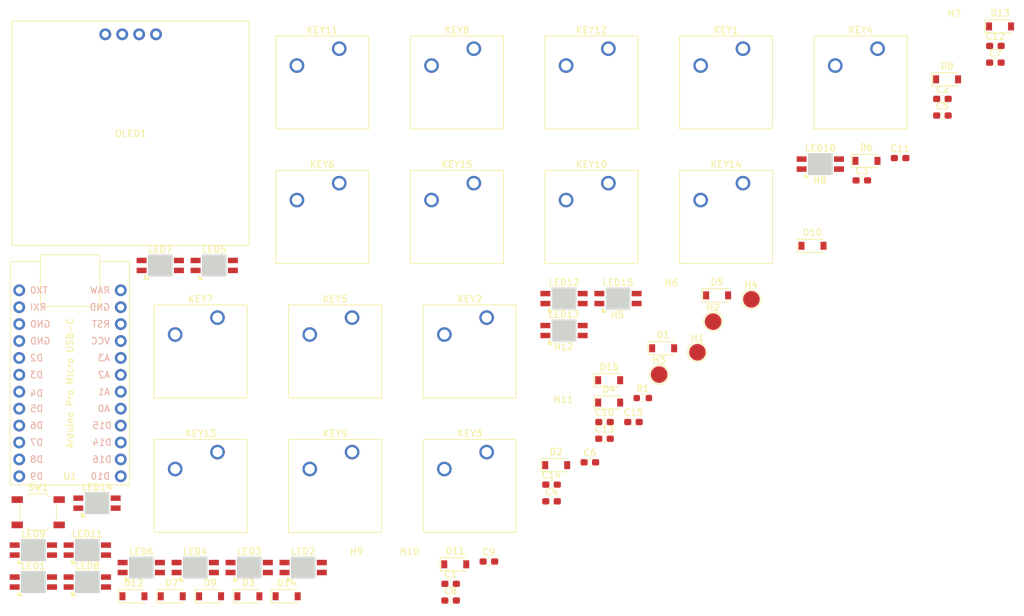
<source format=kicad_pcb>
(kicad_pcb (version 20211014) (generator pcbnew)
  (title_block (title "FireKey PCB") (date "2022-11-19") (rev "0") (company "Daniel Czeschner & Frederik Wolter"))
  (layers (0 "F.Cu" signal) (31 "B.Cu" signal) (34 "B.Paste" user) (35 "F.Paste" user) (36 "B.SilkS" user "B.Silkscreen") (37 "F.SilkS" user "F.Silkscreen") (38 "B.Mask" user) (39 "F.Mask" user) (44 "Edge.Cuts" user))
  (net 0 "")
  (net 1 "VCC")
  (net 2 "GND")
  (net 3 "Row0")
  (net 4 "Net-(D1-Pad2)")
  (net 5 "Net-(D2-Pad2)")
  (net 6 "Net-(D3-Pad2)")
  (net 7 "Row1")
  (net 8 "Net-(D4-Pad2)")
  (net 9 "Net-(D5-Pad2)")
  (net 10 "Net-(D6-Pad2)")
  (net 11 "Row2")
  (net 12 "Net-(D7-Pad2)")
  (net 13 "Net-(D8-Pad2)")
  (net 14 "Net-(D9-Pad2)")
  (net 15 "Row3")
  (net 16 "Net-(D10-Pad2)")
  (net 17 "Net-(D11-Pad2)")
  (net 18 "Net-(D12-Pad2)")
  (net 19 "Row4")
  (net 20 "Net-(D13-Pad2)")
  (net 21 "Net-(D14-Pad2)")
  (net 22 "Net-(D15-Pad2)")
  (net 23 "Net-(LED1-Pad2)")
  (net 24 "Net-(LED1-Pad4)")
  (net 25 "Net-(LED2-Pad2)")
  (net 26 "Net-(LED3-Pad2)")
  (net 27 "Net-(LED4-Pad2)")
  (net 28 "Net-(LED5-Pad2)")
  (net 29 "Net-(LED6-Pad2)")
  (net 30 "Net-(LED7-Pad2)")
  (net 31 "Net-(LED8-Pad2)")
  (net 32 "Net-(LED10-Pad4)")
  (net 33 "Net-(LED10-Pad2)")
  (net 34 "Net-(LED11-Pad2)")
  (net 35 "Net-(LED12-Pad2)")
  (net 36 "Net-(LED13-Pad2)")
  (net 37 "Net-(LED14-Pad2)")
  (net 39 "SCL")
  (net 40 "SDA")
  (net 41 "LEDpin")
  (net 42 "RST")
  (net 46 "Col0")
  (net 47 "Col2")
  (net 49 "Col1")
  (footprint "Custom_Parts:DY-S352818-6812-2T" (layer "F.Cu") (at 220.705 61.295)
    (fp_text reference "LED15" (at 0 -2.413 unlocked) (layer "F.SilkS"))
    (fp_text value "DY-S352818")
    (fp_rect (start 1.8 1.6) (end -1.8 -1.6) (layer "Edge.Cuts") (width 0.12) (fill solid))
    (pad "1" smd rect (at 2.8 -0.75) (size 1.5 0.82) (layers "F.Cu" "F.Paste" "F.Mask") (net 1 "VCC"))
    (pad "2" smd rect (at 2.8 0.75) (size 1.5 0.82) (layers "F.Cu" "F.Paste" "F.Mask"))
    (pad "3" smd rect (at -2.8 0.75) (size 1.5 0.82) (layers "F.Cu" "F.Paste" "F.Mask") (net 2 "GND"))
    (pad "4" smd rect (at -2.8 -0.75) (size 1.5 0.82) (layers "F.Cu" "F.Paste" "F.Mask") (net 37 "Net-(LED14-Pad2)"))
  )
  (footprint "Button_Switch_Keyboard:SW_Cherry_MX_1.00u_PCB" (layer "F.Cu") (at 259.665 23.755)
    (fp_text reference "KEY4" (at -2.54 -2.794) (layer "F.SilkS"))
    (fp_text value "SW_MX")
    (pad "" np_thru_hole circle (at -2.54 5.08) (size 4 4) (drill 4) (layers *.Cu *.Mask))
    (pad "" np_thru_hole circle (at 2.54 5.08) (size 1.7 1.7) (drill 1.7) (layers *.Cu *.Mask))
    (pad "" np_thru_hole circle (at -7.62 5.08) (size 1.7 1.7) (drill 1.7) (layers *.Cu *.Mask))
    (pad "1" thru_hole circle (at 0 0) (size 2.2 2.2) (drill 1.5) (layers *.Cu *.Mask) (net 8 "Net-(D4-Pad2)"))
    (pad "2" thru_hole circle (at -6.35 2.54) (size 2.2 2.2) (drill 1.5) (layers *.Cu *.Mask) (net 8 "Net-(D4-Pad2)"))
  )
  (footprint "Capacitor_SMD:C_0603_1608Metric_Pad1.08x0.95mm_HandSolder" (layer "F.Cu") (at 210.73 89.24)
    (fp_text reference "C14" (at 0 -1.43) (layer "F.SilkS"))
    (fp_text value "100nF")
    (pad "1" smd roundrect (at -0.8625 0) (size 1.075 0.95) (layers "F.Cu" "F.Paste" "F.Mask") (net 1 "VCC"))
    (pad "2" smd roundrect (at 0.8625 0) (size 1.075 0.95) (layers "F.Cu" "F.Paste" "F.Mask") (net 2 "GND"))
  )
  (footprint "Capacitor_SMD:C_0603_1608Metric_Pad1.08x0.95mm_HandSolder" (layer "F.Cu") (at 195.58 106.65)
    (fp_text reference "C8" (at 0 -1.43) (layer "F.SilkS"))
    (fp_text value "100nF")
    (pad "1" smd roundrect (at -0.8625 0) (size 1.075 0.95) (layers "F.Cu" "F.Paste" "F.Mask") (net 1 "VCC"))
    (pad "2" smd roundrect (at 0.8625 0) (size 1.075 0.95) (layers "F.Cu" "F.Paste" "F.Mask") (net 2 "GND"))
  )
  (footprint "Custom_Parts:DY-S352818-6812-2T" (layer "F.Cu") (at 165.355 101.695)
    (fp_text reference "LED3" (at 0 -2.413 unlocked) (layer "F.SilkS"))
    (fp_text value "DY-S352818")
    (fp_rect (start 1.8 1.6) (end -1.8 -1.6) (layer "Edge.Cuts") (width 0.12) (fill solid))
    (pad "1" smd rect (at 2.8 -0.75) (size 1.5 0.82) (layers "F.Cu" "F.Paste" "F.Mask") (net 1 "VCC"))
    (pad "2" smd rect (at 2.8 0.75) (size 1.5 0.82) (layers "F.Cu" "F.Paste" "F.Mask") (net 26 "Net-(LED3-Pad2)"))
    (pad "3" smd rect (at -2.8 0.75) (size 1.5 0.82) (layers "F.Cu" "F.Paste" "F.Mask") (net 2 "GND"))
    (pad "4" smd rect (at -2.8 -0.75) (size 1.5 0.82) (layers "F.Cu" "F.Paste" "F.Mask") (net 25 "Net-(LED2-Pad2)"))
  )
  (footprint "Button_Switch_Keyboard:SW_Cherry_MX_1.00u_PCB" (layer "F.Cu") (at 180.795 64.155)
    (fp_text reference "KEY5" (at -2.54 -2.794) (layer "F.SilkS"))
    (fp_text value "SW_MX")
    (pad "" np_thru_hole circle (at -7.62 5.08) (size 1.7 1.7) (drill 1.7) (layers *.Cu *.Mask))
    (pad "" np_thru_hole circle (at 2.54 5.08) (size 1.7 1.7) (drill 1.7) (layers *.Cu *.Mask))
    (pad "" np_thru_hole circle (at -2.54 5.08) (size 4 4) (drill 4) (layers *.Cu *.Mask))
    (pad "1" thru_hole circle (at 0 0) (size 2.2 2.2) (drill 1.5) (layers *.Cu *.Mask) (net 9 "Net-(D5-Pad2)"))
    (pad "2" thru_hole circle (at -6.35 2.54) (size 2.2 2.2) (drill 1.5) (layers *.Cu *.Mask) (net 9 "Net-(D5-Pad2)"))
  )
  (footprint "Capacitor_SMD:C_0603_1608Metric_Pad1.08x0.95mm_HandSolder" (layer "F.Cu") (at 277.35 25.85)
    (fp_text reference "C7" (at 0 -1.43) (layer "F.SilkS"))
    (fp_text value "100nF")
    (pad "1" smd roundrect (at -0.8625 0) (size 1.075 0.95) (layers "F.Cu" "F.Paste" "F.Mask") (net 1 "VCC"))
    (pad "2" smd roundrect (at 0.8625 0) (size 1.075 0.95) (layers "F.Cu" "F.Paste" "F.Mask") (net 2 "GND"))
  )
  (footprint "Capacitor_SMD:C_0603_1608Metric_Pad1.08x0.95mm_HandSolder" (layer "F.Cu") (at 210.73 91.75)
    (fp_text reference "C4" (at 0 -1.43) (layer "F.SilkS"))
    (fp_text value "100nF")
    (pad "1" smd roundrect (at -0.8625 0) (size 1.075 0.95) (layers "F.Cu" "F.Paste" "F.Mask") (net 1 "VCC"))
    (pad "2" smd roundrect (at 0.8625 0) (size 1.075 0.95) (layers "F.Cu" "F.Paste" "F.Mask") (net 2 "GND"))
  )
  (footprint "Button_Switch_Keyboard:SW_Cherry_MX_1.00u_PCB" (layer "F.Cu") (at 200.995 84.355)
    (fp_text reference "KEY3" (at -2.54 -2.794) (layer "F.SilkS"))
    (fp_text value "SW_MX")
    (pad "" np_thru_hole circle (at -7.62 5.08) (size 1.7 1.7) (drill 1.7) (layers *.Cu *.Mask))
    (pad "" np_thru_hole circle (at 2.54 5.08) (size 1.7 1.7) (drill 1.7) (layers *.Cu *.Mask))
    (pad "" np_thru_hole circle (at -2.54 5.08) (size 4 4) (drill 4) (layers *.Cu *.Mask))
    (pad "1" thru_hole circle (at 0 0) (size 2.2 2.2) (drill 1.5) (layers *.Cu *.Mask) (net 6 "Net-(D3-Pad2)"))
    (pad "2" thru_hole circle (at -6.35 2.54) (size 2.2 2.2) (drill 1.5) (layers *.Cu *.Mask) (net 6 "Net-(D3-Pad2)"))
  )
  (footprint "Diode_SMD:D_SOD-123" (layer "F.Cu") (at 258 40.61)
    (fp_text reference "D6" (at 0 -2) (layer "F.SilkS"))
    (fp_text value "1N4148W")
    (pad "1" smd rect (at -1.65 0) (size 0.9 1.2) (layers "F.Cu" "F.Paste" "F.Mask") (net 7 "Row1"))
    (pad "2" smd rect (at 1.65 0) (size 0.9 1.2) (layers "F.Cu" "F.Paste" "F.Mask") (net 10 "Net-(D6-Pad2)"))
  )
  (footprint "Capacitor_SMD:C_0603_1608Metric_Pad1.08x0.95mm_HandSolder" (layer "F.Cu") (at 223.03 79.84)
    (fp_text reference "C15" (at 0 -1.43) (layer "F.SilkS"))
    (fp_text value "100nF")
    (pad "1" smd roundrect (at -0.8625 0) (size 1.075 0.95) (layers "F.Cu" "F.Paste" "F.Mask") (net 1 "VCC"))
    (pad "2" smd roundrect (at 0.8625 0) (size 1.075 0.95) (layers "F.Cu" "F.Paste" "F.Mask") (net 2 "GND"))
  )
  (footprint "Button_Switch_Keyboard:SW_Cherry_MX_1.00u_PCB" (layer "F.Cu") (at 178.865 43.955)
    (fp_text reference "KEY6" (at -2.54 -2.794) (layer "F.SilkS"))
    (fp_text value "SW_MX")
    (pad "" np_thru_hole circle (at 2.54 5.08) (size 1.7 1.7) (drill 1.7) (layers *.Cu *.Mask))
    (pad "" np_thru_hole circle (at -2.54 5.08) (size 4 4) (drill 4) (layers *.Cu *.Mask))
    (pad "" np_thru_hole circle (at -7.62 5.08) (size 1.7 1.7) (drill 1.7) (layers *.Cu *.Mask))
    (pad "1" thru_hole circle (at 0 0) (size 2.2 2.2) (drill 1.5) (layers *.Cu *.Mask) (net 10 "Net-(D6-Pad2)"))
    (pad "2" thru_hole circle (at -6.35 2.54) (size 2.2 2.2) (drill 1.5) (layers *.Cu *.Mask) (net 10 "Net-(D6-Pad2)"))
  )
  (footprint "Diode_SMD:D_SOD-123" (layer "F.Cu") (at 153.73 106.01)
    (fp_text reference "D7" (at 0 -2) (layer "F.SilkS"))
    (fp_text value "1N4148W")
    (pad "1" smd rect (at -1.65 0) (size 0.9 1.2) (layers "F.Cu" "F.Paste" "F.Mask") (net 11 "Row2"))
    (pad "2" smd rect (at 1.65 0) (size 0.9 1.2) (layers "F.Cu" "F.Paste" "F.Mask") (net 12 "Net-(D7-Pad2)"))
  )
  (footprint "MountingHole:MountingHole_3.2mm_M3" (layer "F.Cu") (at 212.53 72.71)
    (fp_text reference "H12" (at 0 -4.2) (layer "F.SilkS"))
    (fp_text value "M3_MountingHole")
    (pad "" np_thru_hole circle (at 0 0) (size 3.2 3.2) (drill 3.2) (layers *.Cu *.Mask))
  )
  (footprint "MountingHole:MountingHole_3.2mm_M3" (layer "F.Cu") (at 220.63 67.91)
    (fp_text reference "H5" (at 0 -4.2) (layer "F.SilkS"))
    (fp_text value "M3_MountingHole")
    (pad "" np_thru_hole circle (at 0 0) (size 3.2 3.2) (drill 3.2) (layers *.Cu *.Mask))
  )
  (footprint "TestPoint:TestPoint_Pad_D2.5mm" (layer "F.Cu") (at 232.63 69.36)
    (fp_text reference "H1" (at 0 -2.148) (layer "F.SilkS"))
    (fp_text value "Pad")
    (pad "1" smd circle (at 0 0) (size 2.5 2.5) (layers "F.Cu" "F.Mask") (net 2 "GND"))
  )
  (footprint "Custom_MCU:Arduino_Pro_Micro_USB-C" (layer "F.Cu") (at 138.4566 74.019)
    (fp_text reference "U1" (at 0 13.97 unlocked) (layer "F.SilkS"))
    (fp_text value "Arduino_Pro_Micro_USB-C")
    (fp_text user "D5" (at -6.096 3.81 unlocked) (layer "B.SilkS") (effects (justify right mirror)))
    (fp_text user "RST" (at 6.096 -8.89 unlocked) (layer "B.SilkS") (effects (justify left mirror)))
    (fp_text user "D8" (at -6.096 11.43 unlocked) (layer "B.SilkS") (effects (justify right mirror)))
    (fp_text user "D10" (at 6.096 13.97 unlocked) (layer "B.SilkS") (effects (justify left mirror)))
    (fp_text user "D14" (at 6.35 8.89 unlocked) (layer "B.SilkS") (effects (justify left mirror)))
    (fp_text user "D9" (at -6.096 13.97 unlocked) (layer "B.SilkS") (effects (justify right mirror)))
    (fp_text user "A3" (at 6.096 -3.81 unlocked) (layer "B.SilkS") (effects (justify left mirror)))
    (fp_text user "D7" (at -6.096 8.89 unlocked) (layer "B.SilkS") (effects (justify right mirror)))
    (fp_text user "A0" (at 6.096 3.81 unlocked) (layer "B.SilkS") (effects (justify left mirror)))
    (fp_text user "A1" (at 6.096 1.27 unlocked) (layer "B.SilkS") (effects (justify left mirror)))
    (fp_text user "A2" (at 6.096 -1.27 unlocked) (layer "B.SilkS") (effects (justify left mirror)))
    (fp_text user "D2" (at -6.096 -3.81 unlocked) (layer "B.SilkS") (effects (justify right mirror)))
    (fp_text user "D3" (at -6.096 -1.27 unlocked) (layer "B.SilkS") (effects (justify right mirror)))
    (fp_text user "GND" (at 6.096 -11.43 unlocked) (layer "B.SilkS") (effects (justify left mirror)))
    (fp_text user "GND" (at -6.096 -6.35 unlocked) (layer "B.SilkS") (effects (justify right mirror)))
    (fp_text user "TX0" (at -6.096 -13.97 unlocked) (layer "B.SilkS") (effects (justify right mirror)))
    (fp_text user "D4" (at -6.096 1.524 unlocked) (layer "B.SilkS") (effects (justify right mirror)))
    (fp_text user "D15" (at 6.35 6.35 unlocked) (layer "B.SilkS") (effects (justify left mirror)))
    (fp_text user "GND" (at -6.096 -8.89 unlocked) (layer "B.SilkS") (effects (justify right mirror)))
    (fp_text user "RAW" (at 6.096 -13.97 unlocked) (layer "B.SilkS") (effects (justify left mirror)))
    (fp_text user "D6" (at -6.096 6.35 unlocked) (layer "B.SilkS") (effects (justify right mirror)))
    (fp_text user "VCC" (at 6.096 -6.35 unlocked) (layer "B.SilkS") (effects (justify left mirror)))
    (fp_text user "RXI" (at -6.096 -11.43 unlocked) (layer "B.SilkS") (effects (justify right mirror)))
    (fp_text user "D16" (at 6.35 11.43 unlocked) (layer "B.SilkS") (effects (justify left mirror)))
    (fp_text user "Arduino Pro Micro USB-C" (at 0 0 90 unlocked) (layer "F.SilkS"))
    (pad "0" thru_hole circle (at -7.62 -11.43) (size 1.778 1.778) (drill 1.016) (layers *.Cu *.Mask))
    (pad "1" thru_hole circle (at -7.62 -13.97) (size 1.778 1.778) (drill 1.016) (layers *.Cu *.Mask))
    (pad "2" thru_hole circle (at -7.62 -3.81) (size 1.778 1.778) (drill 1.016) (layers *.Cu *.Mask) (net 40 "SDA"))
    (pad "3" thru_hole circle (at -7.62 -1.27) (size 1.778 1.778) (drill 1.016) (layers *.Cu *.Mask) (net 39 "SCL"))
    (pad "4" thru_hole circle (at -7.62 1.27) (size 1.778 1.778) (drill 1.016) (layers *.Cu *.Mask))
    (pad "5" thru_hole circle (at -7.62 3.81) (size 1.778 1.778) (drill 1.016) (layers *.Cu *.Mask) (net 3 "Row0"))
    (pad "6" thru_hole circle (at -7.62 6.35) (size 1.778 1.778) (drill 1.016) (layers *.Cu *.Mask) (net 7 "Row1"))
    (pad "7" thru_hole circle (at -7.62 8.89) (size 1.778 1.778) (drill 1.016) (layers *.Cu *.Mask) (net 11 "Row2"))
    (pad "8" thru_hole circle (at -7.62 11.43) (size 1.778 1.778) (drill 1.016) (layers *.Cu *.Mask) (net 15 "Row3"))
    (pad "9" thru_hole circle (at -7.62 13.97) (size 1.778 1.778) (drill 1.016) (layers *.Cu *.Mask) (net 19 "Row4"))
    (pad "10" thru_hole circle (at 7.62 13.97) (size 1.778 1.778) (drill 1.016) (layers *.Cu *.Mask) (net 46 "Col0"))
    (pad "14" thru_hole circle (at 7.62 8.89) (size 1.778 1.778) (drill 1.016) (layers *.Cu *.Mask) (net 47 "Col2"))
    (pad "15" thru_hole circle (at 7.62 6.35) (size 1.778 1.778) (drill 1.016) (layers *.Cu *.Mask))
    (pad "16" thru_hole circle (at 7.62 11.43) (size 1.778 1.778) (drill 1.016) (layers *.Cu *.Mask) (net 49 "Col1"))
    (pad "18" thru_hole circle (at 7.62 3.81) (size 1.778 1.778) (drill 1.016) (layers *.Cu *.Mask))
    (pad "19" thru_hole circle (at 7.62 1.27) (size 1.778 1.778) (drill 1.016) (layers *.Cu *.Mask))
    (pad "20" thru_hole circle (at 7.62 -1.27) (size 1.778 1.778) (drill 1.016) (layers *.Cu *.Mask))
    (pad "21" thru_hole circle (at 7.62 -3.81) (size 1.778 1.778) (drill 1.016) (layers *.Cu *.Mask) (net 41 "LEDpin"))
    (pad "90" thru_hole circle (at -7.62 -8.89) (size 1.778 1.778) (drill 1.016) (layers *.Cu *.Mask) (net 2 "GND"))
    (pad "91" thru_hole circle (at -7.62 -6.35) (size 1.778 1.778) (drill 1.016) (layers *.Cu *.Mask) (net 2 "GND"))
    (pad "92" thru_hole circle (at 7.62 -13.97) (size 1.778 1.778) (drill 1.016) (layers *.Cu *.Mask) (net 1 "VCC"))
    (pad "93" thru_hole circle (at 7.62 -11.43) (size 1.778 1.778) (drill 1.016) (layers *.Cu *.Mask) (net 2 "GND"))
    (pad "94" thru_hole circle (at 7.62 -8.89) (size 1.778 1.778) (drill 1.016) (layers *.Cu *.Mask) (net 42 "RST"))
    (pad "95" thru_hole circle (at 7.62 -6.35) (size 1.778 1.778) (drill 1.016) (layers *.Cu *.Mask))
  )
  (footprint "Button_Switch_Keyboard:SW_Cherry_MX_1.00u_PCB" (layer "F.Cu") (at 160.595 64.155)
    (fp_text reference "KEY7" (at -2.54 -2.794) (layer "F.SilkS"))
    (fp_text value "SW_MX")
    (pad "" np_thru_hole circle (at -2.54 5.08) (size 4 4) (drill 4) (layers *.Cu *.Mask))
    (pad "" np_thru_hole circle (at 2.54 5.08) (size 1.7 1.7) (drill 1.7) (layers *.Cu *.Mask))
    (pad "" np_thru_hole circle (at -7.62 5.08) (size 1.7 1.7) (drill 1.7) (layers *.Cu *.Mask))
    (pad "1" thru_hole circle (at 0 0) (size 2.2 2.2) (drill 1.5) (layers *.Cu *.Mask) (net 12 "Net-(D7-Pad2)"))
    (pad "2" thru_hole circle (at -6.35 2.54) (size 2.2 2.2) (drill 1.5) (layers *.Cu *.Mask) (net 12 "Net-(D7-Pad2)"))
  )
  (footprint "Capacitor_SMD:C_0603_1608Metric_Pad1.08x0.95mm_HandSolder" (layer "F.Cu") (at 257.3 43.54)
    (fp_text reference "C3" (at 0 -1.43) (layer "F.SilkS"))
    (fp_text value "100nF")
    (pad "1" smd roundrect (at -0.8625 0) (size 1.075 0.95) (layers "F.Cu" "F.Paste" "F.Mask") (net 1 "VCC"))
    (pad "2" smd roundrect (at 0.8625 0) (size 1.075 0.95) (layers "F.Cu" "F.Paste" "F.Mask") (net 2 "GND"))
  )
  (footprint "Diode_SMD:D_SOD-123" (layer "F.Cu") (at 170.98 106.01)
    (fp_text reference "D14" (at 0 -2) (layer "F.SilkS"))
    (fp_text value "1N4148W")
    (pad "1" smd rect (at -1.65 0) (size 0.9 1.2) (layers "F.Cu" "F.Paste" "F.Mask") (net 19 "Row4"))
    (pad "2" smd rect (at 1.65 0) (size 0.9 1.2) (layers "F.Cu" "F.Paste" "F.Mask") (net 21 "Net-(D14-Pad2)"))
  )
  (footprint "MountingHole:MountingHole_3.2mm_M3" (layer "F.Cu") (at 251 47.71)
    (fp_text reference "H8" (at 0 -4.2) (layer "F.SilkS"))
    (fp_text value "M3_MountingHole")
    (pad "" np_thru_hole circle (at 0 0) (size 3.2 3.2) (drill 3.2) (layers *.Cu *.Mask))
  )
  (footprint "Button_Switch_Keyboard:SW_Cherry_MX_1.00u_PCB" (layer "F.Cu") (at 199.065 43.955)
    (fp_text reference "KEY15" (at -2.54 -2.794) (layer "F.SilkS"))
    (fp_text value "SW_MX")
    (pad "" np_thru_hole circle (at 2.54 5.08) (size 1.7 1.7) (drill 1.7) (layers *.Cu *.Mask))
    (pad "" np_thru_hole circle (at -2.54 5.08) (size 4 4) (drill 4) (layers *.Cu *.Mask))
    (pad "" np_thru_hole circle (at -7.62 5.08) (size 1.7 1.7) (drill 1.7) (layers *.Cu *.Mask))
    (pad "1" thru_hole circle (at 0 0) (size 2.2 2.2) (drill 1.5) (layers *.Cu *.Mask) (net 22 "Net-(D15-Pad2)"))
    (pad "2" thru_hole circle (at -6.35 2.54) (size 2.2 2.2) (drill 1.5) (layers *.Cu *.Mask) (net 22 "Net-(D15-Pad2)"))
  )
  (footprint "TestPoint:TestPoint_Pad_D2.5mm" (layer "F.Cu") (at 234.98 64.76)
    (fp_text reference "H2" (at 0 -2.148) (layer "F.SilkS"))
    (fp_text value "Pad")
    (pad "1" smd circle (at 0 0) (size 2.5 2.5) (layers "F.Cu" "F.Mask") (net 2 "GND"))
  )
  (footprint "Diode_SMD:D_SOD-123" (layer "F.Cu") (at 196.28 101.21)
    (fp_text reference "D11" (at 0 -2) (layer "F.SilkS"))
    (fp_text value "1N4148W")
    (pad "1" smd rect (at -1.65 0) (size 0.9 1.2) (layers "F.Cu" "F.Paste" "F.Mask") (net 15 "Row3"))
    (pad "2" smd rect (at 1.65 0) (size 0.9 1.2) (layers "F.Cu" "F.Paste" "F.Mask") (net 17 "Net-(D11-Pad2)"))
  )
  (footprint "Capacitor_SMD:C_0603_1608Metric_Pad1.08x0.95mm_HandSolder" (layer "F.Cu") (at 269.4 33.8)
    (fp_text reference "C5" (at 0 -1.43) (layer "F.SilkS"))
    (fp_text value "100nF")
    (pad "1" smd roundrect (at -0.8625 0) (size 1.075 0.95) (layers "F.Cu" "F.Paste" "F.Mask") (net 1 "VCC"))
    (pad "2" smd roundrect (at 0.8625 0) (size 1.075 0.95) (layers "F.Cu" "F.Paste" "F.Mask") (net 2 "GND"))
  )
  (footprint "Custom_Parts:DY-S352818-6812-2T" (layer "F.Cu") (at 157.255 101.695)
    (fp_text reference "LED4" (at 0 -2.413 unlocked) (layer "F.SilkS"))
    (fp_text value "DY-S352818")
    (fp_rect (start 1.8 1.6) (end -1.8 -1.6) (layer "Edge.Cuts") (width 0.12) (fill solid))
    (pad "1" smd rect (at 2.8 -0.75) (size 1.5 0.82) (layers "F.Cu" "F.Paste" "F.Mask") (net 1 "VCC"))
    (pad "2" smd rect (at 2.8 0.75) (size 1.5 0.82) (layers "F.Cu" "F.Paste" "F.Mask") (net 27 "Net-(LED4-Pad2)"))
    (pad "3" smd rect (at -2.8 0.75) (size 1.5 0.82) (layers "F.Cu" "F.Paste" "F.Mask") (net 2 "GND"))
    (pad "4" smd rect (at -2.8 -0.75) (size 1.5 0.82) (layers "F.Cu" "F.Paste" "F.Mask") (net 26 "Net-(LED3-Pad2)"))
  )
  (footprint "TestPoint:TestPoint_Pad_D2.5mm" (layer "F.Cu") (at 226.88 72.71)
    (fp_text reference "H3" (at 0 -2.148) (layer "F.SilkS"))
    (fp_text value "Pad")
    (pad "1" smd circle (at 0 0) (size 2.5 2.5) (layers "F.Cu" "F.Mask") (net 1 "VCC"))
  )
  (footprint "Custom_Parts:DY-S352818-6812-2T" (layer "F.Cu") (at 149.155 101.695)
    (fp_text reference "LED6" (at 0 -2.413 unlocked) (layer "F.SilkS"))
    (fp_text value "DY-S352818")
    (fp_rect (start 1.8 1.6) (end -1.8 -1.6) (layer "Edge.Cuts") (width 0.12) (fill solid))
    (pad "1" smd rect (at 2.8 -0.75) (size 1.5 0.82) (layers "F.Cu" "F.Paste" "F.Mask") (net 1 "VCC"))
    (pad "2" smd rect (at 2.8 0.75) (size 1.5 0.82) (layers "F.Cu" "F.Paste" "F.Mask") (net 29 "Net-(LED6-Pad2)"))
    (pad "3" smd rect (at -2.8 0.75) (size 1.5 0.82) (layers "F.Cu" "F.Paste" "F.Mask") (net 2 "GND"))
    (pad "4" smd rect (at -2.8 -0.75) (size 1.5 0.82) (layers "F.Cu" "F.Paste" "F.Mask") (net 28 "Net-(LED5-Pad2)"))
  )
  (footprint "Custom_Parts:DY-S352818-6812-2T" (layer "F.Cu") (at 132.955 103.875)
    (fp_text reference "LED1" (at 0 -2.413 unlocked) (layer "F.SilkS"))
    (fp_text value "DY-S352818")
    (fp_rect (start 1.8 1.6) (end -1.8 -1.6) (layer "Edge.Cuts") (width 0.12) (fill solid))
    (pad "1" smd rect (at 2.8 -0.75) (size 1.5 0.82) (layers "F.Cu" "F.Paste" "F.Mask") (net 1 "VCC"))
    (pad "2" smd rect (at 2.8 0.75) (size 1.5 0.82) (layers "F.Cu" "F.Paste" "F.Mask") (net 23 "Net-(LED1-Pad2)"))
    (pad "3" smd rect (at -2.8 0.75) (size 1.5 0.82) (layers "F.Cu" "F.Paste" "F.Mask") (net 2 "GND"))
    (pad "4" smd rect (at -2.8 -0.75) (size 1.5 0.82) (layers "F.Cu" "F.Paste" "F.Mask") (net 24 "Net-(LED1-Pad4)"))
  )
  (footprint "Button_Switch_Keyboard:SW_Cherry_MX_1.00u_PCB" (layer "F.Cu") (at 178.865 23.755)
    (fp_text reference "KEY11" (at -2.54 -2.794) (layer "F.SilkS"))
    (fp_text value "SW_MX")
    (pad "" np_thru_hole circle (at -2.54 5.08) (size 4 4) (drill 4) (layers *.Cu *.Mask))
    (pad "" np_thru_hole circle (at -7.62 5.08) (size 1.7 1.7) (drill 1.7) (layers *.Cu *.Mask))
    (pad "" np_thru_hole circle (at 2.54 5.08) (size 1.7 1.7) (drill 1.7) (layers *.Cu *.Mask))
    (pad "1" thru_hole circle (at 0 0) (size 2.2 2.2) (drill 1.5) (layers *.Cu *.Mask) (net 17 "Net-(D11-Pad2)"))
    (pad "2" thru_hole circle (at -6.35 2.54) (size 2.2 2.2) (drill 1.5) (layers *.Cu *.Mask) (net 17 "Net-(D11-Pad2)"))
  )
  (footprint "Button_Switch_Keyboard:SW_Cherry_MX_1.00u_PCB" (layer "F.Cu") (at 239.465 43.955)
    (fp_text reference "KEY14" (at -2.54 -2.794) (layer "F.SilkS"))
    (fp_text value "SW_MX")
    (pad "" np_thru_hole circle (at -2.54 5.08) (size 4 4) (drill 4) (layers *.Cu *.Mask))
    (pad "" np_thru_hole circle (at -7.62 5.08) (size 1.7 1.7) (drill 1.7) (layers *.Cu *.Mask))
    (pad "" np_thru_hole circle (at 2.54 5.08) (size 1.7 1.7) (drill 1.7) (layers *.Cu *.Mask))
    (pad "1" thru_hole circle (at 0 0) (size 2.2 2.2) (drill 1.5) (layers *.Cu *.Mask) (net 21 "Net-(D14-Pad2)"))
    (pad "2" thru_hole circle (at -6.35 2.54) (size 2.2 2.2) (drill 1.5) (layers *.Cu *.Mask) (net 21 "Net-(D14-Pad2)"))
  )
  (footprint "Diode_SMD:D_SOD-123" (layer "F.Cu") (at 165.23 106.01)
    (fp_text reference "D3" (at 0 -2) (layer "F.SilkS"))
    (fp_text value "1N4148W")
    (pad "1" smd rect (at -1.65 0) (size 0.9 1.2) (layers "F.Cu" "F.Paste" "F.Mask") (net 3 "Row0"))
    (pad "2" smd rect (at 1.65 0) (size 0.9 1.2) (layers "F.Cu" "F.Paste" "F.Mask") (net 6 "Net-(D3-Pad2)"))
  )
  (footprint "Diode_SMD:D_SOD-123" (layer "F.Cu") (at 235.58 60.81)
    (fp_text reference "D5" (at 0 -2) (layer "F.SilkS"))
    (fp_text value "1N4148W")
    (pad "1" smd rect (at -1.65 0) (size 0.9 1.2) (layers "F.Cu" "F.Paste" "F.Mask") (net 7 "Row1"))
    (pad "2" smd rect (at 1.65 0) (size 0.9 1.2) (layers "F.Cu" "F.Paste" "F.Mask") (net 9 "Net-(D5-Pad2)"))
  )
  (footprint "Button_Switch_Keyboard:SW_Cherry_MX_1.00u_PCB" (layer "F.Cu") (at 219.265 23.755)
    (fp_text reference "KEY12" (at -2.54 -2.794) (layer "F.SilkS"))
    (fp_text value "SW_MX")
    (pad "" np_thru_hole circle (at 2.54 5.08) (size 1.7 1.7) (drill 1.7) (layers *.Cu *.Mask))
    (pad "" np_thru_hole circle (at -2.54 5.08) (size 4 4) (drill 4) (layers *.Cu *.Mask))
    (pad "" np_thru_hole circle (at -7.62 5.08) (size 1.7 1.7) (drill 1.7) (layers *.Cu *.Mask))
    (pad "1" thru_hole circle (at 0 0) (size 2.2 2.2) (drill 1.5) (layers *.Cu *.Mask) (net 18 "Net-(D12-Pad2)"))
    (pad "2" thru_hole circle (at -6.35 2.54) (size 2.2 2.2) (drill 1.5) (layers *.Cu *.Mask) (net 18 "Net-(D12-Pad2)"))
  )
  (footprint "Button_Switch_Keyboard:SW_Cherry_MX_1.00u_PCB" (layer "F.Cu") (at 239.465 23.755)
    (fp_text reference "KEY1" (at -2.54 -2.794) (layer "F.SilkS"))
    (fp_text value "SW_MX")
    (pad "" np_thru_hole circle (at 2.54 5.08) (size 1.7 1.7) (drill 1.7) (layers *.Cu *.Mask))
    (pad "" np_thru_hole circle (at -7.62 5.08) (size 1.7 1.7) (drill 1.7) (layers *.Cu *.Mask))
    (pad "" np_thru_hole circle (at -2.54 5.08) (size 4 4) (drill 4) (layers *.Cu *.Mask))
    (pad "1" thru_hole circle (at 0 0) (size 2.2 2.2) (drill 1.5) (layers *.Cu *.Mask) (net 4 "Net-(D1-Pad2)"))
    (pad "2" thru_hole circle (at -6.35 2.54) (size 2.2 2.2) (drill 1.5) (layers *.Cu *.Mask) (net 4 "Net-(D1-Pad2)"))
  )
  (footprint "TestPoint:TestPoint_Pad_D2.5mm" (layer "F.Cu") (at 240.73 61.41)
    (fp_text reference "H4" (at 0 -2.148) (layer "F.SilkS"))
    (fp_text value "Pad")
    (pad "1" smd circle (at 0 0) (size 2.5 2.5) (layers "F.Cu" "F.Mask") (net 1 "VCC"))
  )
  (footprint "Capacitor_SMD:C_0603_1608Metric_Pad1.08x0.95mm_HandSolder" (layer "F.Cu") (at 263.05 40.19)
    (fp_text reference "C11" (at 0 -1.43) (layer "F.SilkS"))
    (fp_text value "100nF")
    (pad "1" smd roundrect (at -0.8625 0) (size 1.075 0.95) (layers "F.Cu" "F.Paste" "F.Mask") (net 1 "VCC"))
    (pad "2" smd roundrect (at 0.8625 0) (size 1.075 0.95) (layers "F.Cu" "F.Paste" "F.Mask") (net 2 "GND"))
  )
  (footprint "MountingHole:MountingHole_3.2mm_M3" (layer "F.Cu") (at 189.43 103.51)
    (fp_text reference "H10" (at 0 -4.2) (layer "F.SilkS"))
    (fp_text value "M3_MountingHole")
    (pad "" np_thru_hole circle (at 0 0) (size 3.2 3.2) (drill 3.2) (layers *.Cu *.Mask))
  )
  (footprint "Capacitor_SMD:C_0603_1608Metric_Pad1.08x0.95mm_HandSolder" (layer "F.Cu") (at 218.68 79.84)
    (fp_text reference "C10" (at 0 -1.43) (layer "F.SilkS"))
    (fp_text value "100nF")
    (pad "1" smd roundrect (at -0.8625 0) (size 1.075 0.95) (layers "F.Cu" "F.Paste" "F.Mask") (net 1 "VCC"))
    (pad "2" smd roundrect (at 0.8625 0) (size 1.075 0.95) (layers "F.Cu" "F.Paste" "F.Mask") (net 2 "GND"))
  )
  (footprint "Custom_Parts:DY-S352818-6812-2T" (layer "F.Cu") (at 142.505 92.025)
    (fp_text reference "LED14" (at 0 -2.413 unlocked) (layer "F.SilkS"))
    (fp_text value "DY-S352818")
    (fp_rect (start 1.8 1.6) (end -1.8 -1.6) (layer "Edge.Cuts") (width 0.12) (fill solid))
    (pad "1" smd rect (at 2.8 -0.75) (size 1.5 0.82) (layers "F.Cu" "F.Paste" "F.Mask") (net 1 "VCC"))
    (pad "2" smd rect (at 2.8 0.75) (size 1.5 0.82) (layers "F.Cu" "F.Paste" "F.Mask") (net 37 "Net-(LED14-Pad2)"))
    (pad "3" smd rect (at -2.8 0.75) (size 1.5 0.82) (layers "F.Cu" "F.Paste" "F.Mask") (net 2 "GND"))
    (pad "4" smd rect (at -2.8 -0.75) (size 1.5 0.82) (layers "F.Cu" "F.Paste" "F.Mask") (net 36 "Net-(LED13-Pad2)"))
  )
  (footprint "Diode_SMD:D_SOD-123" (layer "F.Cu") (at 219.38 76.91)
    (fp_text reference "D4" (at 0 -2) (layer "F.SilkS"))
    (fp_text value "1N4148W")
    (pad "1" smd rect (at -1.65 0) (size 0.9 1.2) (layers "F.Cu" "F.Paste" "F.Mask") (net 7 "Row1"))
    (pad "2" smd rect (at 1.65 0) (size 0.9 1.2) (layers "F.Cu" "F.Paste" "F.Mask") (net 8 "Net-(D4-Pad2)"))
  )
  (footprint "Diode_SMD:D_SOD-123" (layer "F.Cu") (at 227.48 68.76)
    (fp_text reference "D1" (at 0 -2) (layer "F.SilkS"))
    (fp_text value "1N4148W")
    (pad "1" smd rect (at -1.65 0) (size 0.9 1.2) (layers "F.Cu" "F.Paste" "F.Mask") (net 3 "Row0"))
    (pad "2" smd rect (at 1.65 0) (size 0.9 1.2) (layers "F.Cu" "F.Paste" "F.Mask") (net 4 "Net-(D1-Pad2)"))
  )
  (footprint "Diode_SMD:D_SOD-123" (layer "F.Cu") (at 270.1 28.36)
    (fp_text reference "D8" (at 0 -2) (layer "F.SilkS"))
    (fp_text value "1N4148W")
    (pad "1" smd rect (at -1.65 0) (size 0.9 1.2) (layers "F.Cu" "F.Paste" "F.Mask") (net 11 "Row2"))
    (pad "2" smd rect (at 1.65 0) (size 0.9 1.2) (layers "F.Cu" "F.Paste" "F.Mask") (net 13 "Net-(D8-Pad2)"))
  )
  (footprint "Diode_SMD:D_SOD-123" (layer "F.Cu") (at 147.98 106.01)
    (fp_text reference "D12" (at 0 -2) (layer "F.SilkS"))
    (fp_text value "1N4148W")
    (pad "1" smd rect (at -1.65 0) (size 0.9 1.2) (layers "F.Cu" "F.Paste" "F.Mask") (net 15 "Row3"))
    (pad "2" smd rect (at 1.65 0) (size 0.9 1.2) (layers "F.Cu" "F.Paste" "F.Mask") (net 18 "Net-(D12-Pad2)"))
  )
  (footprint "Custom_Parts:DY-S352818-6812-2T" (layer "F.Cu") (at 132.955 99.075)
    (fp_text reference "LED9" (at 0 -2.413 unlocked) (layer "F.SilkS"))
    (fp_text value "DY-S352818")
    (fp_rect (start 1.8 1.6) (end -1.8 -1.6) (layer "Edge.Cuts") (width 0.12) (fill solid))
    (pad "1" smd rect (at 2.8 -0.75) (size 1.5 0.82) (layers "F.Cu" "F.Paste" "F.Mask") (net 1 "VCC"))
    (pad "2" smd rect (at 2.8 0.75) (size 1.5 0.82) (layers "F.Cu" "F.Paste" "F.Mask") (net 32 "Net-(LED10-Pad4)"))
    (pad "3" smd rect (at -2.8 0.75) (size 1.5 0.82) (layers "F.Cu" "F.Paste" "F.Mask") (net 2 "GND"))
    (pad "4" smd rect (at -2.8 -0.75) (size 1.5 0.82) (layers "F.Cu" "F.Paste" "F.Mask") (net 31 "Net-(LED8-Pad2)"))
  )
  (footprint "MountingHole:MountingHole_3.2mm_M3" (layer "F.Cu") (at 228.73 63.11)
    (fp_text reference "H6" (at 0 -4.2) (layer "F.SilkS"))
    (fp_text value "M3_MountingHole")
    (pad "" np_thru_hole circle (at 0 0) (size 3.2 3.2) (drill 3.2) (layers *.Cu *.Mask))
  )
  (footprint "MountingHole:MountingHole_3.2mm_M3" (layer "F.Cu") (at 212.53 80.66)
    (fp_text reference "H11" (at 0 -4.2) (layer "F.SilkS"))
    (fp_text value "M3_MountingHole")
    (pad "" np_thru_hole circle (at 0 0) (size 3.2 3.2) (drill 3.2) (layers *.Cu *.Mask))
  )
  (footprint "Capacitor_SMD:C_0603_1608Metric_Pad1.08x0.95mm_HandSolder" (layer "F.Cu") (at 269.4 31.29)
    (fp_text reference "C2" (at 0 -1.43) (layer "F.SilkS"))
    (fp_text value "100nF")
    (pad "1" smd roundrect (at -0.8625 0) (size 1.075 0.95) (layers "F.Cu" "F.Paste" "F.Mask") (net 1 "VCC"))
    (pad "2" smd roundrect (at 0.8625 0) (size 1.075 0.95) (layers "F.Cu" "F.Paste" "F.Mask") (net 2 "GND"))
  )
  (footprint "Button_Switch_Keyboard:SW_Cherry_MX_1.00u_PCB" (layer "F.Cu") (at 180.795 84.355)
    (fp_text reference "KEY9" (at -2.54 -2.794) (layer "F.SilkS"))
    (fp_text value "SW_MX")
    (pad "" np_thru_hole circle (at -2.54 5.08) (size 4 4) (drill 4) (layers *.Cu *.Mask))
    (pad "" np_thru_hole circle (at -7.62 5.08) (size 1.7 1.7) (drill 1.7) (layers *.Cu *.Mask))
    (pad "" np_thru_hole circle (at 2.54 5.08) (size 1.7 1.7) (drill 1.7) (layers *.Cu *.Mask))
    (pad "1" thru_hole circle (at 0 0) (size 2.2 2.2) (drill 1.5) (layers *.Cu *.Mask) (net 14 "Net-(D9-Pad2)"))
    (pad "2" thru_hole circle (at -6.35 2.54) (size 2.2 2.2) (drill 1.5) (layers *.Cu *.Mask) (net 14 "Net-(D9-Pad2)"))
  )
  (footprint "Diode_SMD:D_SOD-123" (layer "F.Cu") (at 211.43 86.31)
    (fp_text reference "D2" (at 0 -2) (layer "F.SilkS"))
    (fp_text value "1N4148W")
    (pad "1" smd rect (at -1.65 0) (size 0.9 1.2) (layers "F.Cu" "F.Paste" "F.Mask") (net 3 "Row0"))
    (pad "2" smd rect (at 1.65 0) (size 0.9 1.2) (layers "F.Cu" "F.Paste" "F.Mask") (net 5 "Net-(D2-Pad2)"))
  )
  (footprint "Capacitor_SMD:C_0603_1608Metric_Pad1.08x0.95mm_HandSolder" (layer "F.Cu") (at 216.48 85.89)
    (fp_text reference "C6" (at 0 -1.43) (layer "F.SilkS"))
    (fp_text value "100nF")
    (pad "1" smd roundrect (at -0.8625 0) (size 1.075 0.95) (layers "F.Cu" "F.Paste" "F.Mask") (net 1 "VCC"))
    (pad "2" smd roundrect (at 0.8625 0) (size 1.075 0.95) (layers "F.Cu" "F.Paste" "F.Mask") (net 2 "GND"))
  )
  (footprint "Diode_SMD:D_SOD-123" (layer "F.Cu") (at 219.38 73.56)
    (fp_text reference "D15" (at 0 -2) (layer "F.SilkS"))
    (fp_text value "1N4148W")
    (pad "1" smd rect (at -1.65 0) (size 0.9 1.2) (layers "F.Cu" "F.Paste" "F.Mask") (net 19 "Row4"))
    (pad "2" smd rect (at 1.65 0) (size 0.9 1.2) (layers "F.Cu" "F.Paste" "F.Mask") (net 22 "Net-(D15-Pad2)"))
  )
  (footprint "Custom_Parts:DY-S352818-6812-2T" (layer "F.Cu") (at 212.605 66.095)
    (fp_text reference "LED13" (at 0 -2.413 unlocked) (layer "F.SilkS"))
    (fp_text value "DY-S352818")
    (fp_rect (start 1.8 1.6) (end -1.8 -1.6) (layer "Edge.Cuts") (width 0.12) (fill solid))
    (pad "1" smd rect (at 2.8 -0.75) (size 1.5 0.82) (layers "F.Cu" "F.Paste" "F.Mask") (net 1 "VCC"))
    (pad "2" smd rect (at 2.8 0.75) (size 1.5 0.82) (layers "F.Cu" "F.Paste" "F.Mask") (net 36 "Net-(LED13-Pad2)"))
    (pad "3" smd rect (at -2.8 0.75) (size 1.5 0.82) (layers "F.Cu" "F.Paste" "F.Mask") (net 2 "GND"))
    (pad "4" smd rect (at -2.8 -0.75) (size 1.5 0.82) (layers "F.Cu" "F.Paste" "F.Mask") (net 35 "Net-(LED12-Pad2)"))
  )
  (footprint "Custom_Parts:DY-S352818-6812-2T" (layer "F.Cu") (at 251.075 41.095)
    (fp_text reference "LED10" (at 0 -2.413 unlocked) (layer "F.SilkS"))
    (fp_text value "DY-S352818")
    (fp_rect (start 1.8 1.6) (end -1.8 -1.6) (layer "Edge.Cuts") (width 0.12) (fill solid))
    (pad "1" smd rect (at 2.8 -0.75) (size 1.5 0.82) (layers "F.Cu" "F.Paste" "F.Mask") (net 1 "VCC"))
    (pad "2" smd rect (at 2.8 0.75) (size 1.5 0.82) (layers "F.Cu" "F.Paste" "F.Mask") (net 33 "Net-(LED10-Pad2)"))
    (pad "3" smd rect (at -2.8 0.75) (size 1.5 0.82) (layers "F.Cu" "F.Paste" "F.Mask") (net 2 "GND"))
    (pad "4" smd rect (at -2.8 -0.75) (size 1.5 0.82) (layers "F.Cu" "F.Paste" "F.Mask") (net 32 "Net-(LED10-Pad4)"))
  )
  (footprint "Capacitor_SMD:C_0603_1608Metric_Pad1.08x0.95mm_HandSolder" (layer "F.Cu") (at 195.58 104.14)
    (fp_text reference "C1" (at 0 -1.43) (layer "F.SilkS"))
    (fp_text value "100nF")
    (pad "1" smd roundrect (at -0.8625 0) (size 1.075 0.95) (layers "F.Cu" "F.Paste" "F.Mask") (net 1 "VCC"))
    (pad "2" smd roundrect (at 0.8625 0) (size 1.075 0.95) (layers "F.Cu" "F.Paste" "F.Mask") (net 2 "GND"))
  )
  (footprint "Capacitor_SMD:C_0603_1608Metric_Pad1.08x0.95mm_HandSolder" (layer "F.Cu") (at 201.33 100.79)
    (fp_text reference "C9" (at 0 -1.43) (layer "F.SilkS"))
    (fp_text value "100nF")
    (pad "1" smd roundrect (at -0.8625 0) (size 1.075 0.95) (layers "F.Cu" "F.Paste" "F.Mask") (net 1 "VCC"))
    (pad "2" smd roundrect (at 0.8625 0) (size 1.075 0.95) (layers "F.Cu" "F.Paste" "F.Mask") (net 2 "GND"))
  )
  (footprint "Custom_Parts:DY-S352818-6812-2T" (layer "F.Cu") (at 212.605 61.295)
    (fp_text reference "LED12" (at 0 -2.413 unlocked) (layer "F.SilkS"))
    (fp_text value "DY-S352818")
    (fp_rect (start 1.8 1.6) (end -1.8 -1.6) (layer "Edge.Cuts") (width 0.12) (fill solid))
    (pad "1" smd rect (at 2.8 -0.75) (size 1.5 0.82) (layers "F.Cu" "F.Paste" "F.Mask") (net 1 "VCC"))
    (pad "2" smd rect (at 2.8 0.75) (size 1.5 0.82) (layers "F.Cu" "F.Paste" "F.Mask") (net 35 "Net-(LED12-Pad2)"))
    (pad "3" smd rect (at -2.8 0.75) (size 1.5 0.82) (layers "F.Cu" "F.Paste" "F.Mask") (net 2 "GND"))
    (pad "4" smd rect (at -2.8 -0.75) (size 1.5 0.82) (layers "F.Cu" "F.Paste" "F.Mask") (net 34 "Net-(LED11-Pad2)"))
  )
  (footprint "Custom_Parts:DY-S352818-6812-2T" (layer "F.Cu") (at 141.055 99.075)
    (fp_text reference "LED11" (at 0 -2.413 unlocked) (layer "F.SilkS"))
    (fp_text value "DY-S352818")
    (fp_rect (start 1.8 1.6) (end -1.8 -1.6) (layer "Edge.Cuts") (width 0.12) (fill solid))
    (pad "1" smd rect (at 2.8 -0.75) (size 1.5 0.82) (layers "F.Cu" "F.Paste" "F.Mask") (net 1 "VCC"))
    (pad "2" smd rect (at 2.8 0.75) (size 1.5 0.82) (layers "F.Cu" "F.Paste" "F.Mask") (net 34 "Net-(LED11-Pad2)"))
    (pad "3" smd rect (at -2.8 0.75) (size 1.5 0.82) (layers "F.Cu" "F.Paste" "F.Mask") (net 2 "GND"))
    (pad "4" smd rect (at -2.8 -0.75) (size 1.5 0.82) (layers "F.Cu" "F.Paste" "F.Mask") (net 33 "Net-(LED10-Pad2)"))
  )
  (footprint "Button_Switch_Keyboard:SW_Cherry_MX_1.00u_PCB" (layer "F.Cu") (at 160.595 84.355)
    (fp_text reference "KEY13" (at -2.54 -2.794) (layer "F.SilkS"))
    (fp_text value "SW_MX")
    (pad "" np_thru_hole circle (at 2.54 5.08) (size 1.7 1.7) (drill 1.7) (layers *.Cu *.Mask))
    (pad "" np_thru_hole circle (at -2.54 5.08) (size 4 4) (drill 4) (layers *.Cu *.Mask))
    (pad "" np_thru_hole circle (at -7.62 5.08) (size 1.7 1.7) (drill 1.7) (layers *.Cu *.Mask))
    (pad "1" thru_hole circle (at 0 0) (size 2.2 2.2) (drill 1.5) (layers *.Cu *.Mask) (net 20 "Net-(D13-Pad2)"))
    (pad "2" thru_hole circle (at -6.35 2.54) (size 2.2 2.2) (drill 1.5) (layers *.Cu *.Mask) (net 20 "Net-(D13-Pad2)"))
  )
  (footprint "Custom_Parts:DY-S352818-6812-2T" (layer "F.Cu") (at 160.105 56.315)
    (fp_text reference "LED5" (at 0 -2.413 unlocked) (layer "F.SilkS"))
    (fp_text value "DY-S352818")
    (fp_rect (start 1.8 1.6) (end -1.8 -1.6) (layer "Edge.Cuts") (width 0.12) (fill solid))
    (pad "1" smd rect (at 2.8 -0.75) (size 1.5 0.82) (layers "F.Cu" "F.Paste" "F.Mask") (net 1 "VCC"))
    (pad "2" smd rect (at 2.8 0.75) (size 1.5 0.82) (layers "F.Cu" "F.Paste" "F.Mask") (net 28 "Net-(LED5-Pad2)"))
    (pad "3" smd rect (at -2.8 0.75) (size 1.5 0.82) (layers "F.Cu" "F.Paste" "F.Mask") (net 2 "GND"))
    (pad "4" smd rect (at -2.8 -0.75) (size 1.5 0.82) (layers "F.Cu" "F.Paste" "F.Mask") (net 27 "Net-(LED4-Pad2)"))
  )
  (footprint "Resistor_SMD:R_0603_1608Metric_Pad0.98x0.95mm_HandSolder" (layer "F.Cu") (at 224.43 76.24)
    (fp_text reference "R1" (at 0 -1.43) (layer "F.SilkS"))
    (fp_text value "470")
    (pad "1" smd roundrect (at -0.9125 0) (size 0.975 0.95) (layers "F.Cu" "F.Paste" "F.Mask") (net 24 "Net-(LED1-Pad4)"))
    (pad "2" smd roundrect (at 0.9125 0) (size 0.975 0.95) (layers "F.Cu" "F.Paste" "F.Mask") (net 41 "LEDpin"))
  )
  (footprint "Button_Switch_Keyboard:SW_Cherry_MX_1.00u_PCB" (layer "F.Cu") (at 219.265 43.955)
    (fp_text reference "KEY10" (at -2.54 -2.794) (layer "F.SilkS"))
    (fp_text value "SW_MX")
    (pad "" np_thru_hole circle (at -2.54 5.08) (size 4 4) (drill 4) (layers *.Cu *.Mask))
    (pad "" np_thru_hole circle (at 2.54 5.08) (size 1.7 1.7) (drill 1.7) (layers *.Cu *.Mask))
    (pad "" np_thru_hole circle (at -7.62 5.08) (size 1.7 1.7) (drill 1.7) (layers *.Cu *.Mask))
    (pad "1" thru_hole circle (at 0 0) (size 2.2 2.2) (drill 1.5) (layers *.Cu *.Mask) (net 16 "Net-(D10-Pad2)"))
    (pad "2" thru_hole circle (at -6.35 2.54) (size 2.2 2.2) (drill 1.5) (layers *.Cu *.Mask) (net 16 "Net-(D10-Pad2)"))
  )
  (footprint "Button_Switch_Keyboard:SW_Cherry_MX_1.00u_PCB" (layer "F.Cu") (at 200.995 64.155)
    (fp_text reference "KEY2" (at -2.54 -2.794) (layer "F.SilkS"))
    (fp_text value "SW_MX")
    (pad "" np_thru_hole circle (at -7.62 5.08) (size 1.7 1.7) (drill 1.7) (layers *.Cu *.Mask))
    (pad "" np_thru_hole circle (at -2.54 5.08) (size 4 4) (drill 4) (layers *.Cu *.Mask))
    (pad "" np_thru_hole circle (at 2.54 5.08) (size 1.7 1.7) (drill 1.7) (layers *.Cu *.Mask))
    (pad "1" thru_hole circle (at 0 0) (size 2.2 2.2) (drill 1.5) (layers *.Cu *.Mask) (net 5 "Net-(D2-Pad2)"))
    (pad "2" thru_hole circle (at -6.35 2.54) (size 2.2 2.2) (drill 1.5) (layers *.Cu *.Mask) (net 5 "Net-(D2-Pad2)"))
  )
  (footprint "Custom_Module:OLED_1.3_4P_withM2.5Holes" (layer "F.Cu") (at 147.565 36.595)
    (fp_text reference "OLED1" (at 0 -0.1 unlocked) (layer "F.SilkS"))
    (fp_text value "OLED_1.3_4P")
    (pad "" np_thru_hole circle (at -15.4 -14.6) (size 2.7 2.7) (drill 2.7) (layers F&B.Cu *.Mask))
    (pad "" np_thru_hole circle (at 15.4 14.3) (size 2.7 2.7) (drill 2.7) (layers F&B.Cu *.Mask))
    (pad "" np_thru_hole circle (at -15.4 14.3) (size 2.7 2.7) (drill 2.7) (layers F&B.Cu *.Mask))
    (pad "" np_thru_hole circle (at 15.4 -14.6) (size 2.7 2.7) (drill 2.7) (layers F&B.Cu *.Mask))
    (pad "1" thru_hole circle (at -3.81 -15) (size 1.778 1.778) (drill 1.016) (layers *.Cu *.Mask) (net 1 "VCC"))
    (pad "2" thru_hole circle (at -1.27 -15) (size 1.778 1.778) (drill 1.016) (layers *.Cu *.Mask) (net 2 "GND"))
    (pad "3" thru_hole circle (at 1.27 -15) (size 1.778 1.778) (drill 1.016) (layers *.Cu *.Mask) (net 39 "SCL"))
    (pad "4" thru_hole circle (at 3.81 -15) (size 1.778 1.778) (drill 1.016) (layers *.Cu *.Mask) (net 40 "SDA"))
  )
  (footprint "Button_Switch_Keyboard:SW_Cherry_MX_1.00u_PCB" (layer "F.Cu") (at 199.065 23.755)
    (fp_text reference "KEY8" (at -2.54 -2.794) (layer "F.SilkS"))
    (fp_text value "SW_MX")
    (pad "" np_thru_hole circle (at 2.54 5.08) (size 1.7 1.7) (drill 1.7) (layers *.Cu *.Mask))
    (pad "" np_thru_hole circle (at -2.54 5.08) (size 4 4) (drill 4) (layers *.Cu *.Mask))
    (pad "" np_thru_hole circle (at -7.62 5.08) (size 1.7 1.7) (drill 1.7) (layers *.Cu *.Mask))
    (pad "1" thru_hole circle (at 0 0) (size 2.2 2.2) (drill 1.5) (layers *.Cu *.Mask) (net 13 "Net-(D8-Pad2)"))
    (pad "2" thru_hole circle (at -6.35 2.54) (size 2.2 2.2) (drill 1.5) (layers *.Cu *.Mask) (net 13 "Net-(D8-Pad2)"))
  )
  (footprint "Diode_SMD:D_SOD-123" (layer "F.Cu") (at 278.05 20.41)
    (fp_text reference "D13" (at 0 -2) (layer "F.SilkS"))
    (fp_text value "1N4148W")
    (pad "1" smd rect (at -1.65 0) (size 0.9 1.2) (layers "F.Cu" "F.Paste" "F.Mask") (net 19 "Row4"))
    (pad "2" smd rect (at 1.65 0) (size 0.9 1.2) (layers "F.Cu" "F.Paste" "F.Mask") (net 20 "Net-(D13-Pad2)"))
  )
  (footprint "Diode_SMD:D_SOD-123" (layer "F.Cu") (at 159.48 106.01)
    (fp_text reference "D9" (at 0 -2) (layer "F.SilkS"))
    (fp_text value "1N4148W")
    (pad "1" smd rect (at -1.65 0) (size 0.9 1.2) (layers "F.Cu" "F.Paste" "F.Mask") (net 11 "Row2"))
    (pad "2" smd rect (at 1.65 0) (size 0.9 1.2) (layers "F.Cu" "F.Paste" "F.Mask") (net 14 "Net-(D9-Pad2)"))
  )
  (footprint "MountingHole:MountingHole_3.2mm_M3" (layer "F.Cu") (at 181.48 103.51)
    (fp_text reference "H9" (at 0 -4.2) (layer "F.SilkS"))
    (fp_text value "M3_MountingHole")
    (pad "" np_thru_hole circle (at 0 0) (size 3.2 3.2) (drill 3.2) (layers *.Cu *.Mask))
  )
  (footprint "Capacitor_SMD:C_0603_1608Metric_Pad1.08x0.95mm_HandSolder" (layer "F.Cu") (at 277.35 23.34)
    (fp_text reference "C12" (at 0 -1.43) (layer "F.SilkS"))
    (fp_text value "100nF")
    (pad "1" smd roundrect (at -0.8625 0) (size 1.075 0.95) (layers "F.Cu" "F.Paste" "F.Mask") (net 1 "VCC"))
    (pad "2" smd roundrect (at 0.8625 0) (size 1.075 0.95) (layers "F.Cu" "F.Paste" "F.Mask") (net 2 "GND"))
  )
  (footprint "Custom_Parts:DY-S352818-6812-2T" (layer "F.Cu") (at 141.055 103.875)
    (fp_text reference "LED8" (at 0 -2.413 unlocked) (layer "F.SilkS"))
    (fp_text value "DY-S352818")
    (fp_rect (start 1.8 1.6) (end -1.8 -1.6) (layer "Edge.Cuts") (width 0.12) (fill solid))
    (pad "1" smd rect (at 2.8 -0.75) (size 1.5 0.82) (layers "F.Cu" "F.Paste" "F.Mask") (net 1 "VCC"))
    (pad "2" smd rect (at 2.8 0.75) (size 1.5 0.82) (layers "F.Cu" "F.Paste" "F.Mask") (net 31 "Net-(LED8-Pad2)"))
    (pad "3" smd rect (at -2.8 0.75) (size 1.5 0.82) (layers "F.Cu" "F.Paste" "F.Mask") (net 2 "GND"))
    (pad "4" smd rect (at -2.8 -0.75) (size 1.5 0.82) (layers "F.Cu" "F.Paste" "F.Mask") (net 30 "Net-(LED7-Pad2)"))
  )
  (footprint "MountingHole:MountingHole_3.2mm_M3" (layer "F.Cu") (at 271.2 22.71)
    (fp_text reference "H7" (at 0 -4.2) (layer "F.SilkS"))
    (fp_text value "M3_MountingHole")
    (pad "" np_thru_hole circle (at 0 0) (size 3.2 3.2) (drill 3.2) (layers *.Cu *.Mask))
  )
  (footprint "Custom_Parts:DY-S352818-6812-2T" (layer "F.Cu") (at 173.455 101.695)
    (fp_text reference "LED2" (at 0 -2.413 unlocked) (layer "F.SilkS"))
    (fp_text value "DY-S352818")
    (fp_rect (start 1.8 1.6) (end -1.8 -1.6) (layer "Edge.Cuts") (width 0.12) (fill solid))
    (pad "1" smd rect (at 2.8 -0.75) (size 1.5 0.82) (layers "F.Cu" "F.Paste" "F.Mask") (net 1 "VCC"))
    (pad "2" smd rect (at 2.8 0.75) (size 1.5 0.82) (layers "F.Cu" "F.Paste" "F.Mask") (net 25 "Net-(LED2-Pad2)"))
    (pad "3" smd rect (at -2.8 0.75) (size 1.5 0.82) (layers "F.Cu" "F.Paste" "F.Mask") (net 2 "GND"))
    (pad "4" smd rect (at -2.8 -0.75) (size 1.5 0.82) (layers "F.Cu" "F.Paste" "F.Mask") (net 23 "Net-(LED1-Pad2)"))
  )
  (footprint "Button_Switch_SMD:SW_SPST_TL3342" (layer "F.Cu") (at 133.68 93.39)
    (fp_text reference "SW1" (at 0 -3.75) (layer "F.SilkS"))
    (fp_text value "SW_MEC_5E")
    (pad "1" smd rect (at 3.15 -1.9) (size 1.7 1) (layers "F.Cu" "F.Paste" "F.Mask") (net 42 "RST"))
    (pad "1" smd rect (at -3.15 -1.9) (size 1.7 1) (layers "F.Cu" "F.Paste" "F.Mask") (net 42 "RST"))
    (pad "2" smd rect (at 3.15 1.9) (size 1.7 1) (layers "F.Cu" "F.Paste" "F.Mask") (net 42 "RST"))
    (pad "2" smd rect (at -3.15 1.9) (size 1.7 1) (layers "F.Cu" "F.Paste" "F.Mask") (net 42 "RST"))
  )
  (footprint "Diode_SMD:D_SOD-123" (layer "F.Cu") (at 249.9 53.36)
    (fp_text reference "D10" (at 0 -2) (layer "F.SilkS"))
    (fp_text value "1N4148W")
    (pad "1" smd rect (at -1.65 0) (size 0.9 1.2) (layers "F.Cu" "F.Paste" "F.Mask") (net 15 "Row3"))
    (pad "2" smd rect (at 1.65 0) (size 0.9 1.2) (layers "F.Cu" "F.Paste" "F.Mask") (net 16 "Net-(D10-Pad2)"))
  )
  (footprint "Capacitor_SMD:C_0603_1608Metric_Pad1.08x0.95mm_HandSolder" (layer "F.Cu") (at 218.68 82.35)
    (fp_text reference "C13" (at 0 -1.43) (layer "F.SilkS"))
    (fp_text value "100nF")
    (pad "1" smd roundrect (at -0.8625 0) (size 1.075 0.95) (layers "F.Cu" "F.Paste" "F.Mask") (net 1 "VCC"))
    (pad "2" smd roundrect (at 0.8625 0) (size 1.075 0.95) (layers "F.Cu" "F.Paste" "F.Mask") (net 2 "GND"))
  )
  (footprint "Custom_Parts:DY-S352818-6812-2T" (layer "F.Cu") (at 152.005 56.315)
    (fp_text reference "LED7" (at 0 -2.413 unlocked) (layer "F.SilkS"))
    (fp_text value "DY-S352818")
    (fp_rect (start 1.8 1.6) (end -1.8 -1.6) (layer "Edge.Cuts") (width 0.12) (fill solid))
    (pad "1" smd rect (at 2.8 -0.75) (size 1.5 0.82) (layers "F.Cu" "F.Paste" "F.Mask") (net 1 "VCC"))
    (pad "2" smd rect (at 2.8 0.75) (size 1.5 0.82) (layers "F.Cu" "F.Paste" "F.Mask") (net 30 "Net-(LED7-Pad2)"))
    (pad "3" smd rect (at -2.8 0.75) (size 1.5 0.82) (layers "F.Cu" "F.Paste" "F.Mask") (net 2 "GND"))
    (pad "4" smd rect (at -2.8 -0.75) (size 1.5 0.82) (layers "F.Cu" "F.Paste" "F.Mask") (net 29 "Net-(LED6-Pad2)"))
  )
)
</source>
